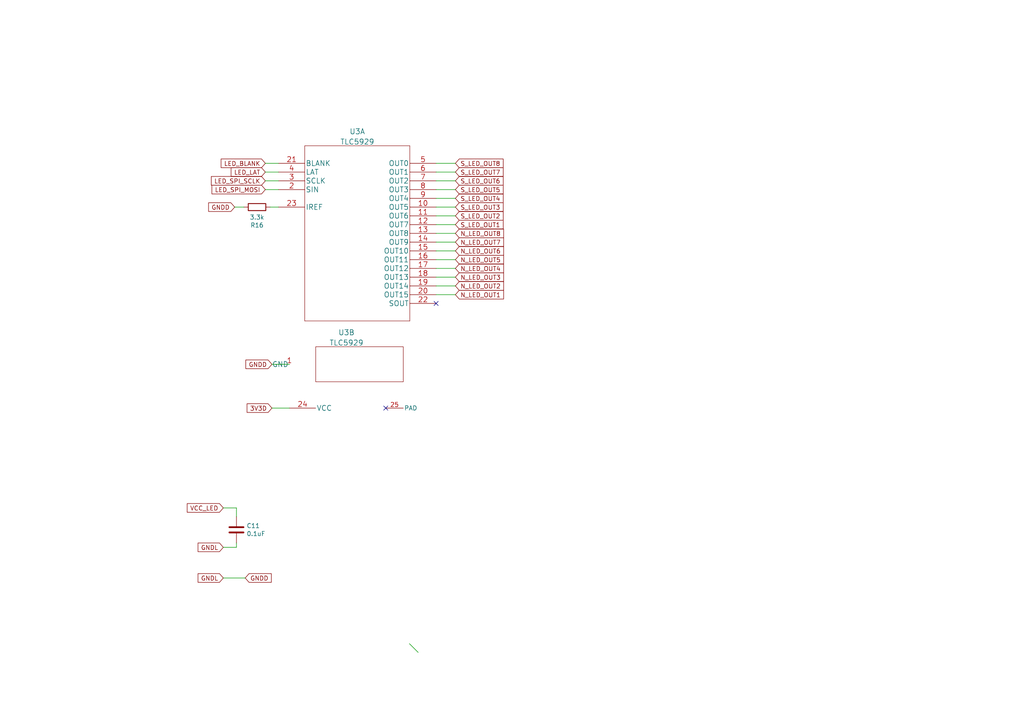
<source format=kicad_sch>
(kicad_sch (version 20211123) (generator eeschema)
  (paper "A4")
  (lib_symbols
    (symbol "Device:C" (pin_numbers hide) (pin_names (offset 0.254))
      (property "Reference" "C" (at 0.635 2.54 0))
      (property "Value" "C" (at 0.635 -2.54 0))
      (symbol "C_0_1"
        (polyline (pts (xy -2.032 -0.762) (xy 2.032 -0.762)) (stroke (width 0.508)))
        (polyline (pts (xy -2.032 0.762) (xy 2.032 0.762)) (stroke (width 0.508)))
      )
      (symbol "C_1_1"
        (pin passive line (at 0 3.81 270) (length 2.794) (name "~") (number "1"))
        (pin passive line (at 0 -3.81 90) (length 2.794) (name "~") (number "2"))
      )
    )
    (symbol "Device:R" (pin_numbers hide) (pin_names (offset 0))
      (property "Reference" "R" (at 2.032 0 90))
      (property "Value" "R" (at 0 0 90))
      (symbol "R_0_1"
        (rectangle (start -1.016 -2.54) (end 1.016 2.54) (stroke (width 0.254)))
      )
      (symbol "R_1_1"
        (pin passive line (at 0 3.81 270) (length 1.27) (name "~") (number "1"))
        (pin passive line (at 0 -3.81 90) (length 1.27) (name "~") (number "2"))
      )
    )
    (symbol "Ninja-qPCR:TLC5929" (pin_names (offset 0.254))
      (property "Reference" "U" (at 22.86 10.16 0))
      (property "Value" "TLC5929" (at 22.86 7.62 0))
      (symbol "TLC5929_1_1"
        (polyline (pts (xy 7.62 -45.72) (xy 38.1 -45.72)) (stroke (width 0.127)))
        (polyline (pts (xy 7.62 5.08) (xy 7.62 -45.72)) (stroke (width 0.127)))
        (polyline (pts (xy 38.1 -45.72) (xy 38.1 5.08)) (stroke (width 0.127)))
        (polyline (pts (xy 38.1 5.08) (xy 7.62 5.08)) (stroke (width 0.127)))
        (pin output line (at 45.72 -12.7 180) (length 7.62) (name "OUT5") (number "10"))
        (pin output line (at 45.72 -15.24 180) (length 7.62) (name "OUT6") (number "11"))
        (pin output line (at 45.72 -17.78 180) (length 7.62) (name "OUT7") (number "12"))
        (pin output line (at 45.72 -20.32 180) (length 7.62) (name "OUT8") (number "13"))
        (pin output line (at 45.72 -22.86 180) (length 7.62) (name "OUT9") (number "14"))
        (pin output line (at 45.72 -25.4 180) (length 7.62) (name "OUT10") (number "15"))
        (pin output line (at 45.72 -27.94 180) (length 7.62) (name "OUT11") (number "16"))
        (pin output line (at 45.72 -30.48 180) (length 7.62) (name "OUT12") (number "17"))
        (pin output line (at 45.72 -33.02 180) (length 7.62) (name "OUT13") (number "18"))
        (pin output line (at 45.72 -35.56 180) (length 7.62) (name "OUT14") (number "19"))
        (pin input line (at 0 -7.62 0) (length 7.62) (name "SIN") (number "2"))
        (pin output line (at 45.72 -38.1 180) (length 7.62) (name "OUT15") (number "20"))
        (pin input line (at 0 0 0) (length 7.62) (name "BLANK") (number "21"))
        (pin output line (at 45.72 -40.64 180) (length 7.62) (name "SOUT") (number "22"))
        (pin bidirectional line (at 0 -12.7 0) (length 7.62) (name "IREF") (number "23"))
        (pin input line (at 0 -5.08 0) (length 7.62) (name "SCLK") (number "3"))
        (pin input line (at 0 -2.54 0) (length 7.62) (name "LAT") (number "4"))
        (pin output line (at 45.72 0 180) (length 7.62) (name "OUT0") (number "5"))
        (pin output line (at 45.72 -2.54 180) (length 7.62) (name "OUT1") (number "6"))
        (pin output line (at 45.72 -5.08 180) (length 7.62) (name "OUT2") (number "7"))
        (pin output line (at 45.72 -7.62 180) (length 7.62) (name "OUT3") (number "8"))
        (pin output line (at 45.72 -10.16 180) (length 7.62) (name "OUT4") (number "9"))
      )
      (symbol "TLC5929_2_1"
        (polyline (pts (xy 7.62 -5.08) (xy 33.02 -5.08)) (stroke (width 0.127)))
        (polyline (pts (xy 7.62 5.08) (xy 7.62 -5.08)) (stroke (width 0.127)))
        (polyline (pts (xy 33.02 -5.08) (xy 33.02 5.08)) (stroke (width 0.127)))
        (polyline (pts (xy 33.02 5.08) (xy 7.62 5.08)) (stroke (width 0.127)))
        (pin power_in line (at 0 0 180) (length 0) (name "GND") (number "1"))
        (pin power_in line (at 0 -12.7 0) (length 7.62) (name "VCC") (number "24"))
        (pin input line (at 27.94 -12.7 0) (length 5.08) (name "PAD") (number "25"))
      )
    )
  )
  (no_connect (at 111.887 118.364))
  (no_connect (at 126.492 88.011))
  (bus_entry (at 118.745 186.69) (size 2.54 2.54))
  (wire (pts (xy 126.492 54.991) (xy 132.08 54.991)))
  (wire (pts (xy 64.77 167.64) (xy 71.12 167.64)))
  (wire (pts (xy 126.492 57.531) (xy 132.08 57.531)))
  (wire (pts (xy 126.492 49.911) (xy 132.08 49.911)))
  (wire (pts (xy 126.492 52.451) (xy 132.08 52.451)))
  (wire (pts (xy 126.492 70.231) (xy 132.08 70.231)))
  (wire (pts (xy 64.77 158.75) (xy 68.58 158.75)))
  (wire (pts (xy 126.492 80.391) (xy 132.08 80.391)))
  (wire (pts (xy 126.492 67.691) (xy 132.08 67.691)))
  (wire (pts (xy 126.492 82.931) (xy 132.08 82.931)))
  (wire (pts (xy 126.492 47.371) (xy 132.08 47.371)))
  (wire (pts (xy 126.492 85.471) (xy 132.08 85.471)))
  (wire (pts (xy 76.962 54.991) (xy 80.772 54.991)))
  (wire (pts (xy 126.492 75.311) (xy 132.08 75.311)))
  (wire (pts (xy 126.492 77.851) (xy 132.08 77.851)))
  (wire (pts (xy 126.492 72.771) (xy 132.08 72.771)))
  (wire (pts (xy 126.492 65.151) (xy 132.08 65.151)))
  (wire (pts (xy 64.77 147.32) (xy 68.58 147.32)))
  (wire (pts (xy 76.962 47.371) (xy 80.772 47.371)))
  (wire (pts (xy 78.867 118.364) (xy 83.947 118.364)))
  (wire (pts (xy 68.072 60.071) (xy 70.739 60.071)))
  (wire (pts (xy 78.359 60.071) (xy 80.772 60.071)))
  (wire (pts (xy 76.962 49.911) (xy 80.772 49.911)))
  (wire (pts (xy 68.58 158.75) (xy 68.58 157.48)))
  (wire (pts (xy 78.867 105.664) (xy 83.947 105.664)))
  (wire (pts (xy 126.492 62.611) (xy 132.08 62.611)))
  (wire (pts (xy 126.492 60.071) (xy 132.08 60.071)))
  (wire (pts (xy 76.962 52.451) (xy 80.772 52.451)))
  (wire (pts (xy 68.58 147.32) (xy 68.58 149.86)))
  (global_label "N_LED_OUT3" (shape input) (at 132.08 80.391 0) (property "Intersheet References" "${INTERSHEET_REFS}" (effects hide)))
  (global_label "VCC_LED" (shape input) (at 64.77 147.32 180) (property "Intersheet References" "${INTERSHEET_REFS}" (effects hide)))
  (global_label "GNDD" (shape input) (at 68.072 60.071 180) (property "Intersheet References" "${INTERSHEET_REFS}" (effects hide)))
  (global_label "N_LED_OUT6" (shape input) (at 132.08 72.771 0) (property "Intersheet References" "${INTERSHEET_REFS}" (effects hide)))
  (global_label "LED_BLANK" (shape input) (at 76.962 47.371 180) (property "Intersheet References" "${INTERSHEET_REFS}" (effects hide)))
  (global_label "GNDL" (shape input) (at 64.77 158.75 180) (property "Intersheet References" "${INTERSHEET_REFS}" (effects hide)))
  (global_label "S_LED_OUT6" (shape input) (at 132.08 52.451 0) (property "Intersheet References" "${INTERSHEET_REFS}" (effects hide)))
  (global_label "S_LED_OUT4" (shape input) (at 132.08 57.531 0) (property "Intersheet References" "${INTERSHEET_REFS}" (effects hide)))
  (global_label "S_LED_OUT1" (shape input) (at 132.08 65.151 0) (property "Intersheet References" "${INTERSHEET_REFS}" (effects hide)))
  (global_label "LED_SPI_MOSI" (shape input) (at 76.962 54.991 180) (property "Intersheet References" "${INTERSHEET_REFS}" (effects hide)))
  (global_label "GNDL" (shape input) (at 64.77 167.64 180) (property "Intersheet References" "${INTERSHEET_REFS}" (effects hide)))
  (global_label "N_LED_OUT1" (shape input) (at 132.08 85.471 0) (property "Intersheet References" "${INTERSHEET_REFS}" (effects hide)))
  (global_label "N_LED_OUT7" (shape input) (at 132.08 70.231 0) (property "Intersheet References" "${INTERSHEET_REFS}" (effects hide)))
  (global_label "N_LED_OUT8" (shape input) (at 132.08 67.691 0) (property "Intersheet References" "${INTERSHEET_REFS}" (effects hide)))
  (global_label "GNDD" (shape input) (at 71.12 167.64 0) (property "Intersheet References" "${INTERSHEET_REFS}" (effects hide)))
  (global_label "S_LED_OUT7" (shape input) (at 132.08 49.911 0) (property "Intersheet References" "${INTERSHEET_REFS}" (effects hide)))
  (global_label "LED_LAT" (shape input) (at 76.962 49.911 180) (property "Intersheet References" "${INTERSHEET_REFS}" (effects hide)))
  (global_label "S_LED_OUT8" (shape input) (at 132.08 47.371 0) (property "Intersheet References" "${INTERSHEET_REFS}" (effects hide)))
  (global_label "S_LED_OUT5" (shape input) (at 132.08 54.991 0) (property "Intersheet References" "${INTERSHEET_REFS}" (effects hide)))
  (global_label "N_LED_OUT2" (shape input) (at 132.08 82.931 0) (property "Intersheet References" "${INTERSHEET_REFS}" (effects hide)))
  (global_label "LED_SPI_SCLK" (shape input) (at 76.962 52.451 180) (property "Intersheet References" "${INTERSHEET_REFS}" (effects hide)))
  (global_label "3V3D" (shape input) (at 78.867 118.364 180) (property "Intersheet References" "${INTERSHEET_REFS}" (effects hide)))
  (global_label "GNDD" (shape input) (at 78.867 105.664 180) (property "Intersheet References" "${INTERSHEET_REFS}" (effects hide)))
  (global_label "N_LED_OUT4" (shape input) (at 132.08 77.851 0) (property "Intersheet References" "${INTERSHEET_REFS}" (effects hide)))
  (global_label "S_LED_OUT3" (shape input) (at 132.08 60.071 0) (property "Intersheet References" "${INTERSHEET_REFS}" (effects hide)))
  (global_label "N_LED_OUT5" (shape input) (at 132.08 75.311 0) (property "Intersheet References" "${INTERSHEET_REFS}" (effects hide)))
  (global_label "S_LED_OUT2" (shape input) (at 132.08 62.611 0) (property "Intersheet References" "${INTERSHEET_REFS}" (effects hide)))
  (symbol (lib_id "Device:C") (at 68.58 153.67 0) (unit 1)
    (property "Reference" "C11" (at 71.501 152.5016 0) (effects (justify left)))
    (property "Value" "0.1uF" (at 71.501 154.813 0) (effects (justify left)))
    (property "Footprint" "Capacitor_SMD:C_0603_1608Metric" (effects hide))
  )
  (symbol (lib_id "Device:R") (at 74.549 60.071 90) (unit 1)
    (property "Reference" "R16" (at 74.549 65.3288 90))
    (property "Value" "3.3k" (at 74.549 63.0174 90))
    (property "Footprint" "Resistor_SMD:R_0603_1608Metric" (effects hide))
  )
  (symbol (lib_id "Ninja-qPCR:TLC5929") (at 80.772 47.371 0) (unit 1)
    (property "Reference" "U3" (at 103.632 38.1434 0) (effects (font (size 1.524 1.524))))
    (property "Value" "TLC5929" (at 103.632 41.1368 0) (effects (font (size 1.524 1.524))))
    (property "Footprint" "Package_SO:HTSSOP-24-1EP_4.4x7.8mm_P0.65mm_EP3.4x7.8mm_Mask2.4x4.68mm_ThermalVias" (effects hide))
  )
  (symbol (lib_id "Ninja-qPCR:TLC5929") (at 83.947 105.664 0) (unit 2)
    (property "Reference" "U3" (at 100.4887 96.4364 0) (effects (font (size 1.524 1.524))))
    (property "Value" "TLC5929" (at 100.4887 99.4298 0) (effects (font (size 1.524 1.524))))
    (property "Footprint" "Package_SO:HTSSOP-24-1EP_4.4x7.8mm_P0.65mm_EP3.4x7.8mm_Mask2.4x4.68mm_ThermalVias" (effects hide))
  )
)
</source>
